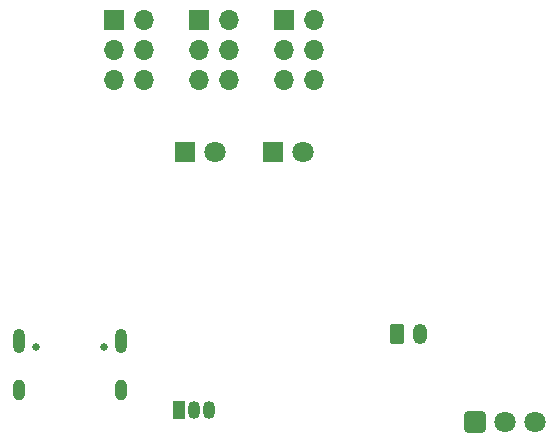
<source format=gbr>
%TF.GenerationSoftware,KiCad,Pcbnew,7.0.10*%
%TF.CreationDate,2024-02-05T23:17:37-06:00*%
%TF.ProjectId,B-Sides 2024,422d5369-6465-4732-9032-3032342e6b69,rev?*%
%TF.SameCoordinates,Original*%
%TF.FileFunction,Soldermask,Bot*%
%TF.FilePolarity,Negative*%
%FSLAX46Y46*%
G04 Gerber Fmt 4.6, Leading zero omitted, Abs format (unit mm)*
G04 Created by KiCad (PCBNEW 7.0.10) date 2024-02-05 23:17:37*
%MOMM*%
%LPD*%
G01*
G04 APERTURE LIST*
G04 Aperture macros list*
%AMRoundRect*
0 Rectangle with rounded corners*
0 $1 Rounding radius*
0 $2 $3 $4 $5 $6 $7 $8 $9 X,Y pos of 4 corners*
0 Add a 4 corners polygon primitive as box body*
4,1,4,$2,$3,$4,$5,$6,$7,$8,$9,$2,$3,0*
0 Add four circle primitives for the rounded corners*
1,1,$1+$1,$2,$3*
1,1,$1+$1,$4,$5*
1,1,$1+$1,$6,$7*
1,1,$1+$1,$8,$9*
0 Add four rect primitives between the rounded corners*
20,1,$1+$1,$2,$3,$4,$5,0*
20,1,$1+$1,$4,$5,$6,$7,0*
20,1,$1+$1,$6,$7,$8,$9,0*
20,1,$1+$1,$8,$9,$2,$3,0*%
G04 Aperture macros list end*
%ADD10R,1.800000X1.800000*%
%ADD11C,1.800000*%
%ADD12R,1.700000X1.700000*%
%ADD13O,1.700000X1.700000*%
%ADD14RoundRect,0.250200X-0.649800X-0.649800X0.649800X-0.649800X0.649800X0.649800X-0.649800X0.649800X0*%
%ADD15RoundRect,0.250000X-0.350000X-0.625000X0.350000X-0.625000X0.350000X0.625000X-0.350000X0.625000X0*%
%ADD16O,1.200000X1.750000*%
%ADD17R,1.050000X1.500000*%
%ADD18O,1.050000X1.500000*%
%ADD19C,0.650000*%
%ADD20O,1.000000X2.100000*%
%ADD21O,1.000000X1.800000*%
G04 APERTURE END LIST*
D10*
%TO.C,LD2*%
X106955000Y-56806000D03*
D11*
X109495000Y-56806000D03*
%TD*%
D10*
%TO.C,LD1*%
X99455000Y-56806000D03*
D11*
X101995000Y-56806000D03*
%TD*%
D12*
%TO.C,J3*%
X93455000Y-45656000D03*
D13*
X95995000Y-45656000D03*
X93455000Y-48196000D03*
X95995000Y-48196000D03*
X93455000Y-50736000D03*
X95995000Y-50736000D03*
%TD*%
D12*
%TO.C,J4*%
X100655000Y-45656000D03*
D13*
X103195000Y-45656000D03*
X100655000Y-48196000D03*
X103195000Y-48196000D03*
X100655000Y-50736000D03*
X103195000Y-50736000D03*
%TD*%
D14*
%TO.C,U1*%
X124055000Y-79656000D03*
D11*
X126595000Y-79656000D03*
X129135000Y-79656000D03*
%TD*%
D15*
%TO.C,J10*%
X117405000Y-72246000D03*
D16*
X119405000Y-72246000D03*
%TD*%
D12*
%TO.C,J5*%
X107855000Y-45656000D03*
D13*
X110395000Y-45656000D03*
X107855000Y-48196000D03*
X110395000Y-48196000D03*
X107855000Y-50736000D03*
X110395000Y-50736000D03*
%TD*%
D17*
%TO.C,Q1*%
X98965000Y-78686000D03*
D18*
X100235000Y-78686000D03*
X101505000Y-78686000D03*
%TD*%
D19*
%TO.C,J9*%
X86885000Y-73281000D03*
X92665000Y-73281000D03*
D20*
X85455000Y-72781000D03*
D21*
X85455000Y-76961000D03*
D20*
X94095000Y-72781000D03*
D21*
X94095000Y-76961000D03*
%TD*%
M02*

</source>
